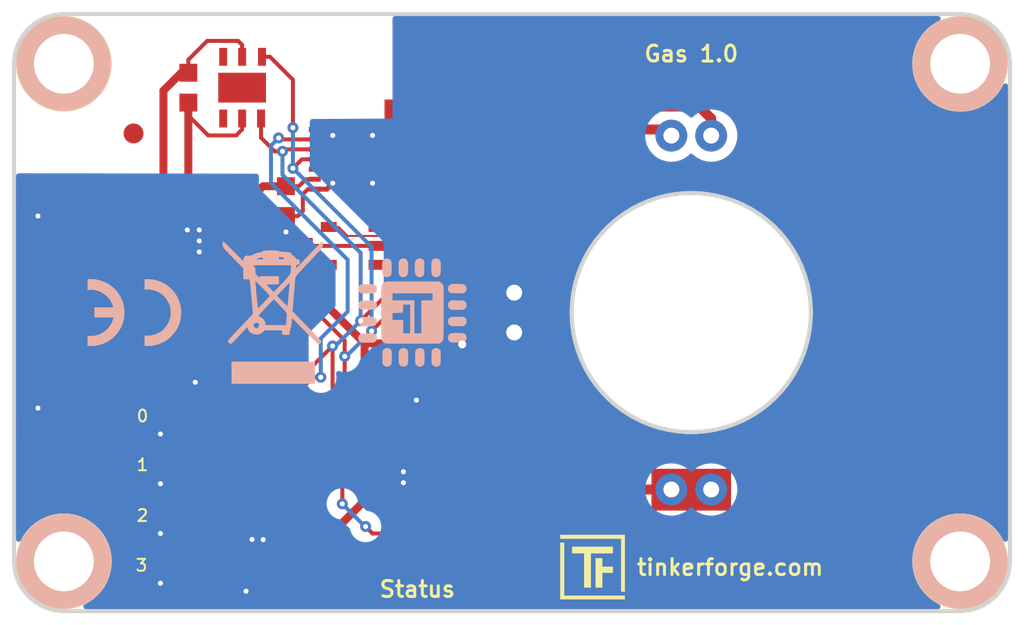
<source format=kicad_pcb>
(kicad_pcb (version 20221018) (generator pcbnew)
  (layers (0 "F.Cu" signal) (31 "B.Cu" signal) (34 "B.Paste" user) (35 "F.Paste" user) (36 "B.SilkS" user "B.Silkscreen") (37 "F.SilkS" user "F.Silkscreen") (38 "B.Mask" user) (39 "F.Mask" user) (44 "Edge.Cuts" user))
  (net 0 "")
  (net 1 "GND")
  (net 2 "Net-(C1-Pad1)")
  (net 3 "VCC")
  (net 4 "Net-(C8-Pad1)")
  (net 5 "Net-(C9-Pad1)")
  (net 6 "Net-(C9-Pad2)")
  (net 7 "Net-(D1-Pad2)")
  (net 8 "+5V")
  (net 9 "Net-(P1-Pad4)")
  (net 10 "Net-(P1-Pad5)")
  (net 11 "Net-(P1-Pad6)")
  (net 12 "Net-(P2-Pad1)")
  (net 13 "Net-(P3-Pad2)")
  (net 14 "SolderJumper0")
  (net 15 "SolderJumper1")
  (net 16 "SolderJumper2")
  (net 17 "SolderJumper3")
  (net 18 "Net-(R1-Pad1)")
  (net 19 "Net-(R4-Pad2)")
  (net 20 "S-MISO")
  (net 21 "S-MOSI")
  (net 22 "S-CLK")
  (net 23 "S-CS")
  (net 24 "SCL0")
  (net 25 "Net-(RP2-Pad6)")
  (net 26 "Net-(RP2-Pad7)")
  (net 27 "SDA0")
  (net 28 "Net-(U1-Pad8)")
  (net 29 "Net-(U1-Pad11)")
  (net 30 "Net-(U1-Pad12)")
  (net 31 "Net-(U1-Pad13)")
  (net 32 "Enable")
  (net 33 "Net-(U6-Pad3)")
  (net 34 "Net-(U6-Pad4)")
  (net 35 "Net-(U8-Pad5)")
  (net 36 "Net-(U8-Pad8)")
  (net 37 "Net-(C6-Pad1)")
  (net 38 "Net-(U10-Pad2)")
  (net 39 "Net-(U1-Pad15)")
  (net 40 "Net-(U1-Pad16)")
  (net 41 "Net-(U1-Pad18)")
  (net 42 "Net-(U1-Pad21)")
  (net 43 "Net-(R4-Pad1)")
  (net 44 "Net-(U11-Pad1)")
  (net 45 "Net-(U11-Pad4)")
  (footprint "kicad-libraries:C0805" (layer "F.Cu") (at 131.9 128.61 -90)
    (fp_text reference "C2")
    (fp_text value "10uF")
  )
  (footprint "kicad-libraries:C0603F" (layer "F.Cu") (at 133.5 128.61 -90)
    (fp_text reference "C3")
    (fp_text value "1uF")
  )
  (footprint "kicad-libraries:C0603F" (layer "F.Cu") (at 138 141.86 180)
    (fp_text reference "C4")
    (fp_text value "100nF")
  )
  (footprint "kicad-libraries:C0603F" (layer "F.Cu") (at 133.75 119.81 90)
    (fp_text reference "C7")
    (fp_text value "100nF")
  )
  (footprint "kicad-libraries:D0603E" (layer "F.Cu") (at 145.25 143.71)
    (fp_text reference "D1")
    (fp_text value "blue")
  )
  (footprint "kicad-libraries:CON-SENSOR2" (layer "F.Cu") (at 125 131.11 -90)
    (fp_text reference "P1")
    (fp_text value "CON-SENSOR2")
  )
  (footprint "kicad-libraries:DEBUG_PAD" (layer "F.Cu") (at 139.05 144.96)
    (fp_text reference "P2")
    (fp_text value "DEBUG")
  )
  (footprint "kicad-libraries:SolderJumper" (layer "F.Cu") (at 137.6 144.61 90)
    (fp_text reference "P3")
    (fp_text value "BOOT")
  )
  (footprint "kicad-libraries:SolderJumper" (layer "F.Cu") (at 132.85 136.31)
    (fp_text reference "P7")
    (fp_text value "0")
  )
  (footprint "kicad-libraries:SolderJumper" (layer "F.Cu") (at 132.85 138.81)
    (fp_text reference "P8")
    (fp_text value "1")
  )
  (footprint "kicad-libraries:SolderJumper" (layer "F.Cu") (at 132.85 141.31)
    (fp_text reference "P9")
    (fp_text value "2")
  )
  (footprint "kicad-libraries:SolderJumper" (layer "F.Cu") (at 132.85 143.81)
    (fp_text reference "P10")
    (fp_text value "3")
  )
  (footprint "kicad-libraries:R0603F" (layer "F.Cu") (at 145.25 142.21)
    (fp_text reference "R1")
    (fp_text value "1k")
  )
  (footprint "kicad-libraries:4X0402" (layer "F.Cu") (at 133 132.91 -90)
    (fp_text reference "RP1")
    (fp_text value "82")
  )
  (footprint "kicad-libraries:0603X4" (layer "F.Cu") (at 138.45 132.46 90)
    (fp_text reference "RP2")
    (fp_text value "10k")
  )
  (footprint "kicad-libraries:QFN24-4x4mm-0.5mm" (layer "F.Cu") (at 138 138.41)
    (fp_text reference "U1")
    (fp_text value "XMC1300")
  )
  (footprint "kicad-libraries:DRILL_NP" (layer "F.Cu") (at 127.5 143.61)
    (fp_text reference "U2" hide)
    (fp_text value "DRILL" hide)
  )
  (footprint "kicad-libraries:DRILL_NP" (layer "F.Cu") (at 172.5 118.61)
    (fp_text reference "U3" hide)
    (fp_text value "DRILL" hide)
  )
  (footprint "kicad-libraries:DRILL_NP" (layer "F.Cu") (at 172.5 143.61)
    (fp_text reference "U4" hide)
    (fp_text value "DRILL" hide)
  )
  (footprint "kicad-libraries:DRILL_NP" (layer "F.Cu") (at 127.5 118.61)
    (fp_text reference "U5" hide)
    (fp_text value "DRILL" hide)
  )
  (footprint "kicad-libraries:DFN6-30x30_humidity" (layer "F.Cu") (at 136.45 119.81)
    (fp_text reference "U6")
    (fp_text value "HDC1080")
  )
  (footprint "kicad-libraries:C0402F" (layer "F.Cu") (at 133 134.61)
    (fp_text reference "C1")
    (fp_text value "220pF")
  )
  (footprint "kicad-libraries:C0603F" (layer "F.Cu") (at 145.95 132.66)
    (fp_text reference "C10")
    (fp_text value "100nF")
  )
  (footprint "kicad-libraries:C0805P" (layer "F.Cu") (at 143.7 138.36 -90)
    (fp_text reference "C8")
    (fp_text value "10uF TPSA106K010R0900")
  )
  (footprint "kicad-libraries:R0402F" (layer "F.Cu") (at 144.4 120.76 180)
    (fp_text reference "R4")
    (fp_text value "49,9")
  )
  (footprint "kicad-libraries:SOT23-5" (layer "F.Cu") (at 142 127.76 90)
    (fp_text reference "U9")
    (fp_text value "MCP6041")
  )
  (footprint "kicad-libraries:R0402F" (layer "F.Cu") (at 145.15 124.71 -90)
    (fp_text reference "R3")
    (fp_text value "499k")
  )
  (footprint "kicad-libraries:R0603F" (layer "F.Cu") (at 143.7 135.26 90)
    (fp_text reference "R2")
    (fp_text value "1k")
  )
  (footprint "kicad-libraries:R0402F" (layer "F.Cu") (at 146.25 124.71 -90)
    (fp_text reference "C9")
    (fp_text value "DNP")
  )
  (footprint "kicad-libraries:WSON-14-LMP91000" (layer "F.Cu") (at 142 123.41 -90)
    (fp_text reference "U8")
    (fp_text value "LMP91000")
  )
  (footprint "kicad-libraries:C0603F" (layer "F.Cu") (at 146 139.36 180)
    (fp_text reference "C11")
    (fp_text value "100nF")
  )
  (footprint "kicad-libraries:C0603F" (layer "F.Cu") (at 139.55 128.56 90)
    (fp_text reference "C12")
    (fp_text value "100nF")
  )
  (footprint "kicad-libraries:MSOP10-0.5" (layer "F.Cu") (at 145.95 128.86 180)
    (fp_text reference "U10")
    (fp_text value "MCP3423")
  )
  (footprint "kicad-libraries:SOT23-3" (layer "F.Cu") (at 146.2 136.91 -90)
    (fp_text reference "U7")
    (fp_text value "ISL60002")
  )
  (footprint "kicad-libraries:C0603F" (layer "F.Cu") (at 138.65 125.51 -90)
    (fp_text reference "C5")
    (fp_text value "100nF")
  )
  (footprint "kicad-libraries:C0603F" (layer "F.Cu") (at 146.2 134.51 180)
    (fp_text reference "C6")
    (fp_text value "100nF")
  )
  (footprint "kicad-libraries:spec-sensor" (layer "F.Cu") (at 159 131.11)
    (fp_text reference "U11")
    (fp_text value "spec-sensor")
  )
  (footprint "kicad-libraries:Logo_31x31" (layer "F.Cu") (at 154.05 143.91)
    (fp_text reference "G***" hide)
    (fp_text value "LOGO" hide)
  )
  (footprint "kicad-libraries:Fiducial_Mark" (layer "F.Cu") (at 131 122.11)
    (fp_text reference "Fiducial_Mark" hide)
    (fp_text value "VAL**" hide)
  )
  (footprint "kicad-libraries:Fiducial_Mark" (layer "F.Cu") (at 129 139.11)
    (fp_text reference "Fiducial_Mark" hide)
    (fp_text value "VAL**" hide)
  )
  (footprint "kicad-libraries:Fiducial_Mark" (layer "F.Cu") (at 171 138.11)
    (fp_text reference "Fiducial_Mark" hide)
    (fp_text value "VAL**" hide)
  )
  (footprint "kicad-libraries:Fiducial_Mark" (layer "F.Cu") (at 165 118.11)
    (fp_text reference "Fiducial_Mark" hide)
    (fp_text value "VAL**" hide)
  )
  (footprint "kicad-libraries:WEEE_7mm" (layer "B.Cu") (at 138 131.11 180)
    (fp_text reference "VAL" hide)
    (fp_text value "WEEE_7mm" hide)
  )
  (footprint "kicad-libraries:CE_5mm" (layer "B.Cu") (at 131 131.11 180)
    (fp_text reference "VAL" hide)
    (fp_text value "CE_5mm" hide)
  )
  (footprint "kicad-libraries:Logo_CoMCU" (layer "B.Cu") (at 145 131.11 180)
    (fp_text reference "G***" hide)
    (fp_text value "LOGO" hide)
  )
  (gr_line (start 125 143.61) (end 125 118.61) (stroke (width 0.2)) (layer "Edge.Cuts"))
  (gr_arc (start 172.5 116.11) (mid 174.267767 116.842233) (end 175 118.61) (stroke (width 0.2)) (layer "Edge.Cuts"))
  (gr_circle (center 159 131.11) (end 165 131.11) (stroke (width 0.2)) (fill none) (layer "Edge.Cuts"))
  (gr_line (start 172.5 146.11) (end 127.5 146.11) (stroke (width 0.2)) (layer "Edge.Cuts"))
  (gr_arc (start 125 118.61) (mid 125.732233 116.842233) (end 127.5 116.11) (stroke (width 0.2)) (layer "Edge.Cuts"))
  (gr_arc (start 127.5 146.11) (mid 125.732233 145.377767) (end 125 143.61) (stroke (width 0.2)) (layer "Edge.Cuts"))
  (gr_line (start 175 118.61) (end 175 143.61) (stroke (width 0.2)) (layer "Edge.Cuts"))
  (gr_arc (start 175 143.61) (mid 174.267767 145.377767) (end 172.5 146.11) (stroke (width 0.2)) (layer "Edge.Cuts"))
  (gr_line (start 127.5 116.11) (end 172.5 116.11) (stroke (width 0.2)) (layer "Edge.Cuts"))
  (gr_text "Status" (at 145.25 145.01) (layer "F.SilkS") (effects (font (size 0.8 0.8))))
  (gr_text "0" (at 131.45 136.31) (layer "F.SilkS") (effects (font (size 0.6 0.6) (thickness 0.1))))
  (gr_text "1" (at 131.45 138.76) (layer "F.SilkS") (effects (font (size 0.6 0.6) (thickness 0.1))))
  (gr_text "Gas 1.0" (at 159 118.11) (layer "F.SilkS") (effects (font (size 0.8 0.8))))
  (gr_text "tinkerforge.com" (at 160.95 143.91) (layer "F.SilkS") (effects (font (size 0.8 0.8))))
  (gr_text "2" (at 131.45 141.31) (layer "F.SilkS") (effects (font (size 0.6 0.6) (thickness 0.1))))
  (gr_text "3" (at 131.4 143.81) (layer "F.SilkS") (effects (font (size 0.6 0.6) (thickness 0.1))))
  (segment (start 145.2 135.51) (end 145.2 136.90924) (width 0.4) (layer "F.Cu") (net 1))
  (segment (start 144.275001 139.385001) (end 144.55 139.66) (width 0.35) (layer "F.Cu") (net 1))
  (segment (start 139.5 125.16) (end 139.75 124.91) (width 0.2) (layer "F.Cu") (net 1))
  (segment (start 129.6 128.61) (end 130.89924 128.61) (width 0.4) (layer "F.Cu") (net 1))
  (segment (start 146.458 130.38212) (end 146.458 131.0825) (width 0.2) (layer "F.Cu") (net 1))
  (segment (start 133.75 118.41) (end 133.75 119.06) (width 0.2) (layer "F.Cu") (net 1))
  (segment (start 146.7 132.66) (end 146.966 132.394) (width 0.2) (layer "F.Cu") (net 1))
  (segment (start 139.75 124.91) (end 140.1 124.91) (width 0.2) (layer "F.Cu") (net 1))
  (segment (start 132.625 136.935) (end 132.35 137.21) (width 0.1) (layer "F.Cu") (net 1))
  (segment (start 144.934 126.6375) (end 144.934 127.744) (width 0.2) (layer "F.Cu") (net 1))
  (segment (start 132.35 139.635) (end 132.625 139.36) (width 0.2) (layer "F.Cu") (net 1))
  (segment (start 133.5 127.01) (end 133.5 127.01) (width 0.4) (layer "F.Cu") (net 1))
  (segment (start 132.625 135.76) (end 132.35 136.035) (width 0.1) (layer "F.Cu") (net 1))
  (segment (start 132.3 143.26) (end 132.35 143.31) (width 0.1) (layer "F.Cu") (net 1))
  (segment (start 132.35 136.31) (end 132.35 137.21) (width 0.1) (layer "F.Cu") (net 1))
  (segment (start 137.75 141.36) (end 137.75 140.435) (width 0.25) (layer "F.Cu") (net 1))
  (segment (start 131.9 127.60924) (end 133.24924 127.60924) (width 0.4) (layer "F.Cu") (net 1))
  (segment (start 132.35 138.535) (end 132.35 138.81) (width 0.1) (layer "F.Cu") (net 1))
  (segment (start 138.65 127.61) (end 138.65 127.448912) (width 0.25) (layer "F.Cu") (net 1))
  (segment (start 145.25 139.36) (end 145.2 139.31) (width 0.4) (layer "F.Cu") (net 1))
  (segment (start 132.35 142.135) (end 132.625 141.86) (width 0.2) (layer "F.Cu") (net 1))
  (segment (start 140.7 121.91) (end 141 122.21) (width 0.25) (layer "F.Cu") (net 1))
  (segment (start 145.2 136.91076) (end 145.19924 136.91) (width 0.4) (layer "F.Cu") (net 1))
  (segment (start 137.224999 142.235007) (end 136.95 142.510006) (width 0.2) (layer "F.Cu") (net 1))
  (segment (start 133.4 119.06) (end 132.5 119.96) (width 0.4) (layer "F.Cu") (net 1))
  (segment (start 138.15 144.835) (end 138.15 145.16) (width 0.1) (layer "F.Cu") (net 1))
  (segment (start 134.7 117.46) (end 133.75 118.41) (width 0.2) (layer "F.Cu") (net 1))
  (segment (start 146.966 132.394) (end 146.966 131.0825) (width 0.2) (layer "F.Cu") (net 1))
  (segment (start 144.85 139.36) (end 144.824999 139.385001) (width 0.35) (layer "F.Cu") (net 1))
  (segment (start 132.625 139.36) (end 132.35 139.085) (width 0.1) (layer "F.Cu") (net 1))
  (segment (start 137.25 142.26) (end 137.225007 142.235007) (width 0.2) (layer "F.Cu") (net 1))
  (segment (start 133.5 127.06) (end 133.5 127.86) (width 0.4) (layer "F.Cu") (net 1))
  (segment (start 136.775004 145.109996) (end 136.65 145.109996) (width 0.1) (layer "F.Cu") (net 1))
  (segment (start 146.458 132.418) (end 146.458 131.0825) (width 0.2) (layer "F.Cu") (net 1))
  (segment (start 138.1 145.11) (end 137.325 145.11) (width 0.1) (layer "F.Cu") (net 1))
  (segment (start 144.25076 139.36076) (end 144.275001 139.385001) (width 0.35) (layer "F.Cu") (net 1))
  (segment (start 137.05 144.835) (end 136.966484 144.835) (width 0.1) (layer "F.Cu") (net 1))
  (segment (start 146.7 132.66) (end 146.458 132.418) (width 0.2) (layer "F.Cu") (net 1))
  (segment (start 144.8 139.36) (end 144.55 139.11) (width 0.4) (layer "F.Cu") (net 1))
  (segment (start 137.75 139.46) (end 137.35 139.06) (width 0.2) (layer "F.Cu") (net 1))
  (segment (start 132.35 144.709994) (end 132.35 144.635) (width 0.2) (layer "F.Cu") (net 1))
  (segment (start 132.35 140.81) (end 132.35 141.31) (width 0.1) (layer "F.Cu") (net 1))
  (segment (start 145.2 139.31) (end 145.2 136.91076) (width 0.4) (layer "F.Cu") (net 1))
  (segment (start 145.15 127.96) (end 145.55612 127.96) (width 0.2) (layer "F.Cu") (net 1))
  (segment (start 139.25 126.26) (end 139.5 126.01) (width 0.2) (layer "F.Cu") (net 1))
  (segment (start 132.35 144.635) (end 132.625 144.36) (width 0.2) (layer "F.Cu") (net 1))
  (segment (start 137.225007 142.235007) (end 137.224999 142.235007) (width 0.2) (layer "F.Cu") (net 1))
  (segment (start 132.625 136.86) (end 132.625 136.935) (width 0.1) (layer "F.Cu") (net 1))
  (segment (start 126.2 137.01) (end 126.2 135.91) (width 0.25) (layer "F.Cu") (net 1))
  (segment (start 145.442 127.702) (end 145.7 127.96) (width 0.2) (layer "F.Cu") (net 1))
  (segment (start 146.458 128.418) (end 146.458 130.38212) (width 0.2) (layer "F.Cu") (net 1))
  (segment (start 144.55 139.11) (end 143.95076 139.11) (width 0.4) (layer "F.Cu") (net 1))
  (segment (start 145.7 127.96) (end 145.55612 127.96) (width 0.2) (layer "F.Cu") (net 1))
  (segment (start 133.5 127.01) (end 133.5 127.06) (width 0.4) (layer "F.Cu") (net 1))
  (segment (start 132.35 139.085) (end 132.35 138.81) (width 0.1) (layer "F.Cu") (net 1))
  (segment (start 138.65 127.448912) (end 138.65 127.060004) (width 0.25) (layer "F.Cu") (net 1))
  (segment (start 132.625 144.36) (end 132.625 144.443516) (width 0.1) (layer "F.Cu") (net 1))
  (segment (start 136.25 117.46) (end 134.7 117.46) (width 0.2) (layer "F.Cu") (net 1))
  (segment (start 144.934 127.744) (end 145.15 127.96) (width 0.2) (layer "F.Cu") (net 1))
  (segment (start 145.25 139.36) (end 144.8 139.36) (width 0.4) (layer "F.Cu") (net 1))
  (segment (start 137.325 145.11) (end 137.05 144.835) (width 0.1) (layer "F.Cu") (net 1))
  (segment (start 145.25 139.36) (end 144.85 139.36) (width 0.35) (layer "F.Cu") (net 1))
  (segment (start 145.2 134.76) (end 145.2 135.51) (width 0.4) (layer "F.Cu") (net 1))
  (segment (start 147.45 132.66) (end 147.5 132.71) (width 0.25) (layer "F.Cu") (net 1))
  (segment (start 133.75 119.06) (end 133.4 119.06) (width 0.4) (layer "F.Cu") (net 1))
  (segment (start 137.35 137.76) (end 138.65 137.76) (width 0.2) (layer "F.Cu") (net 1))
  (segment (start 139.5 126.01) (end 139.5 125.16) (width 0.2) (layer "F.Cu") (net 1))
  (segment (start 146.7 132.66) (end 147.45 132.66) (width 0.25) (layer "F.Cu") (net 1))
  (segment (start 138.65 127.06) (end 138.65 127.060004) (width 0.25) (layer "F.Cu") (net 1))
  (segment (start 132.35 142.21) (end 132.35 142.135) (width 0.2) (layer "F.Cu") (net 1))
  (segment (start 137.75 140.435) (end 137.75 139.46) (width 0.2) (layer "F.Cu") (net 1))
  (segment (start 137.05 144.835) (end 136.775004 145.109996) (width 0.1) (layer "F.Cu") (net 1))
  (segment (start 144.824999 139.385001) (end 144.55 139.66) (width 0.35) (layer "F.Cu") (net 1))
  (segment (start 132.625 138.26) (end 132.35 138.535) (width 0.1) (layer "F.Cu") (net 1))
  (segment (start 138.15 145.16) (end 138.1 145.11) (width 0.1) (layer "F.Cu") (net 1))
  (segment (start 143.7 139.36076) (end 144.25076 139.36076) (width 0.35) (layer "F.Cu") (net 1))
  (segment (start 132.35 143.31) (end 132.35 143.81) (width 0.1) (layer "F.Cu") (net 1))
  (segment (start 132.35 141.31) (end 132.35 142.21) (width 0.1) (layer "F.Cu") (net 1))
  (segment (start 132.35 136.035) (end 132.35 136.31) (width 0.1) (layer "F.Cu") (net 1))
  (segment (start 140.7 124.91) (end 141 124.61) (width 0.25) (layer "F.Cu") (net 1))
  (segment (start 145.95 127.33788) (end 145.95 127.96) (width 0.2) (layer "F.Cu") (net 1))
  (segment (start 132.625 140.76) (end 132.3 140.76) (width 0.1) (layer "F.Cu") (net 1))
  (segment (start 132.35 143.81) (end 132.35 144.709994) (width 0.1) (layer "F.Cu") (net 1))
  (segment (start 137.25 141.86) (end 137.25 142.26) (width 0.2) (layer "F.Cu") (net 1))
  (segment (start 139.6 127.76) (end 139.55 127.81) (width 0.2) (layer "F.Cu") (net 1))
  (segment (start 132.3 140.76) (end 132.35 140.81) (width 0.1) (layer "F.Cu") (net 1))
  (segment (start 145.95 127.96) (end 146 127.96) (width 0.2) (layer "F.Cu") (net 1))
  (segment (start 136.45 117.66) (end 136.25 117.46) (width 0.2) (layer "F.Cu") (net 1))
  (segment (start 138.65 126.26) (end 139.25 126.26) (width 0.2) (layer "F.Cu") (net 1))
  (segment (start 138.65 126.26) (end 138.65 127.06) (width 0.25) (layer "F.Cu") (net 1))
  (segment (start 140.1 124.91) (end 140.7 124.91) (width 0.25) (layer "F.Cu") (net 1))
  (segment (start 146 127.96) (end 146.458 128.418) (width 0.2) (layer "F.Cu") (net 1))
  (segment (start 145.442 126.6375) (end 145.442 127.702) (width 0.2) (layer "F.Cu") (net 1))
  (segment (start 132.625 141.86) (end 132.625 141.943516) (width 0.1) (layer "F.Cu") (net 1))
  (segment (start 145.95 126.6375) (end 145.95 127.33788) (width 0.2) (layer "F.Cu") (net 1))
  (segment (start 145.45 134.51) (end 145.2 134.76) (width 0.4) (layer "F.Cu") (net 1))
  (segment (start 145.2 136.90924) (end 145.19924 136.91) (width 0.4) (layer "F.Cu") (net 1))
  (segment (start 138.85 127.81) (end 138.65 127.61) (width 0.25) (layer "F.Cu") (net 1))
  (segment (start 140.1 121.91) (end 140.7 121.91) (width 0.25) (layer "F.Cu") (net 1))
  (segment (start 143.95076 139.11) (end 143.7 139.36076) (width 0.4) (layer "F.Cu") (net 1))
  (segment (start 145.55612 127.96) (end 145.95 127.96) (width 0.2) (layer "F.Cu") (net 1))
  (segment (start 133.5 134.61) (end 134.1 134.61) (width 0.2) (layer "F.Cu") (net 1))
  (segment (start 130.89924 128.61) (end 131.9 127.60924) (width 0.4) (layer "F.Cu") (net 1))
  (segment (start 132.625 143.26) (end 132.3 143.26) (width 0.1) (layer "F.Cu") (net 1))
  (segment (start 132.5 119.96) (end 132.5 126.01) (width 0.4) (layer "F.Cu") (net 1))
  (segment (start 132.35 139.71) (end 132.35 139.635) (width 0.2) (layer "F.Cu") (net 1))
  (segment (start 143.19888 127.76) (end 139.6 127.76) (width 0.2) (layer "F.Cu") (net 1))
  (segment (start 138.65 137.76) (end 138.65 139.06) (width 0.2) (layer "F.Cu") (net 1))
  (segment (start 126.2 125.21) (end 126.2 126.26) (width 0.25) (layer "F.Cu") (net 1))
  (segment (start 139.55 127.81) (end 138.85 127.81) (width 0.25) (layer "F.Cu") (net 1))
  (segment (start 136.45 118.26) (end 136.45 117.66) (width 0.2) (layer "F.Cu") (net 1))
  (segment (start 133.24924 127.60924) (end 133.5 127.86) (width 0.4) (layer "F.Cu") (net 1))
  (segment (start 137.35 139.06) (end 137.35 137.76) (width 0.2) (layer "F.Cu") (net 1))
  (segment (start 132.5 126.01) (end 133.5 127.01) (width 0.4) (layer "F.Cu") (net 1))
  (segment (start 137.25 142.26) (end 137.51 142.52) (width 0.2) (layer "F.Cu") (net 1))
  (segment (start 137.25 141.86) (end 137.75 141.36) (width 0.25) (layer "F.Cu") (net 1))
  (via (at 136.65 145.109996) (size 0.55) (drill 0.25) (layers "F.Cu" "B.Cu") (net 1))
  (via (at 132.35 144.709994) (size 0.55) (drill 0.25) (layers "F.Cu" "B.Cu") (net 1))
  (via (at 136.95 142.510006) (size 0.55) (drill 0.25) (layers "F.Cu" "B.Cu") (net 1))
  (via (at 143 124.61) (size 0.55) (drill 0.25) (layers "F.Cu" "B.Cu") (net 1))
  (via (at 137.51 142.52) (size 0.55) (drill 0.25) (layers "F.Cu" "B.Cu") (net 1))
  (via (at 143 122.21) (size 0.55) (drill 0.25) (layers "F.Cu" "B.Cu") (net 1))
  (via (at 144.55 139.66) (size 0.55) (drill 0.25) (layers "F.Cu" "B.Cu") (net 1))
  (via (at 134.1 134.61) (size 0.55) (drill 0.25) (layers "F.Cu" "B.Cu") (net 1))
  (via (at 145.2 135.51) (size 0.55) (drill 0.25) (layers "F.Cu" "B.Cu") (net 1))
  (via (at 132.35 137.21) (size 0.55) (drill 0.25) (layers "F.Cu" "B.Cu") (net 1))
  (via (at 144.55 139.11) (size 0.55) (drill 0.25) (layers "F.Cu" "B.Cu") (net 1))
  (via (at 134.3 126.96) (size 0.55) (drill 0.25) (layers "F.Cu" "B.Cu") (net 1))
  (via (at 141 124.61) (size 0.55) (drill 0.25) (layers "F.Cu" "B.Cu") (net 1))
  (via (at 141 122.21) (size 0.55) (drill 0.25) (layers "F.Cu" "B.Cu") (net 1))
  (via (at 132.35 142.21) (size 0.55) (drill 0.25) (layers "F.Cu" "B.Cu") (net 1))
  (via (at 138.65 127.060004) (size 0.55) (drill 0.25) (layers "F.Cu" "B.Cu") (net 1))
  (via (at 126.2 135.91) (size 0.55) (drill 0.25) (layers "F.Cu" "B.Cu") (net 1))
  (via (at 134.3 128.06) (size 0.55) (drill 0.25) (layers "F.Cu" "B.Cu") (net 1))
  (via (at 126.2 126.26) (size 0.55) (drill 0.25) (layers "F.Cu" "B.Cu") (net 1))
  (via (at 132.35 139.71) (size 0.55) (drill 0.25) (layers "F.Cu" "B.Cu") (net 1))
  (via (at 147.5 132.71) (size 0.8) (drill 0.4) (layers "F.Cu" "B.Cu") (net 1))
  (via (at 134.3 127.51) (size 0.55) (drill 0.25) (layers "F.Cu" "B.Cu") (net 1))
  (via (at 133.7 126.96) (size 0.55) (drill 0.25) (layers "F.Cu" "B.Cu") (net 1))
  (segment (start 132.25 134.86) (end 132.5 134.61) (width 0.2) (layer "F.Cu") (net 2))
  (segment (start 129.6 134.86) (end 132.25 134.86) (width 0.2) (layer "F.Cu") (net 2))
  (segment (start 132.5 134.61) (end 132.5 133.7343) (width 0.2) (layer "F.Cu") (net 2))
  (segment (start 132.5 133.7343) (end 132.425 133.6593) (width 0.2) (layer "F.Cu") (net 2))
  (segment (start 140.8 130.01) (end 140.15 129.36) (width 0.4) (layer "F.Cu") (net 3))
  (segment (start 146.75 138.265) (end 147.216 137.799) (width 0.4) (layer "F.Cu") (net 3))
  (segment (start 139.55 129.31) (end 140.20108 129.31) (width 0.2) (layer "F.Cu") (net 3))
  (segment (start 131.9 129.61076) (end 133.24924 129.61076) (width 0.4) (layer "F.Cu") (net 3))
  (segment (start 136.15 122.21) (end 136.45 121.91) (width 0.2) (layer "F.Cu") (net 3))
  (segment (start 129.6 129.86) (end 131.65076 129.86) (width 0.4) (layer "F.Cu") (net 3))
  (segment (start 135.9 127.81) (end 135.9 126.36) (width 0.4) (layer "F.Cu") (net 3))
  (segment (start 133.75 120.56) (end 133.75 121.21) (width 0.2) (layer "F.Cu") (net 3))
  (segment (start 141.9 131.96) (end 142.6 132.66) (width 0.4) (layer "F.Cu") (net 3))
  (segment (start 144.35 132.66) (end 145.2 132.66) (width 0.4) (layer "F.Cu") (net 3))
  (segment (start 133.75 121.21) (end 134.75 122.21) (width 0.2) (layer "F.Cu") (net 3))
  (segment (start 142.6 140.66) (end 142.65 140.71) (width 0.4) (layer "F.Cu") (net 3))
  (segment (start 137.6 131.26202) (end 137.6 133.65798) (width 0.4) (layer "F.Cu") (net 3))
  (segment (start 142.6 132.66) (end 142.6 140.66) (width 0.4) (layer "F.Cu") (net 3))
  (segment (start 142.45 140.71) (end 141.3 141.86) (width 0.4) (layer "F.Cu") (net 3))
  (segment (start 138.65 124.76) (end 139.3 124.76) (width 0.2) (layer "F.Cu") (net 3))
  (segment (start 140.15 129.36) (end 137.45 129.36) (width 0.4) (layer "F.Cu") (net 3))
  (segment (start 146.75 140.21) (end 146.25 140.71) (width 0.4) (layer "F.Cu") (net 3))
  (segment (start 134.75 122.21) (end 136.15 122.21) (width 0.2) (layer "F.Cu") (net 3))
  (segment (start 141.3 141.86) (end 139.6 141.86) (width 0.4) (layer "F.Cu") (net 3))
  (segment (start 136.45 121.91) (end 136.45 121.36) (width 0.2) (layer "F.Cu") (net 3))
  (segment (start 139.3 124.76) (end 139.65 124.41) (width 0.2) (layer "F.Cu") (net 3))
  (segment (start 144.3999 143.71) (end 141.45 143.71) (width 0.4) (layer "F.Cu") (net 3))
  (segment (start 135.9 126.36) (end 137.5 124.76) (width 0.4) (layer "F.Cu") (net 3))
  (segment (start 131.65076 129.86) (end 131.9 129.61076) (width 0.4) (layer "F.Cu") (net 3))
  (segment (start 134.8 129.36) (end 135.9 128.26) (width 0.4) (layer "F.Cu") (net 3))
  (segment (start 138.25 141.36) (end 138.25 140.435) (width 0.25) (layer "F.Cu") (net 3))
  (segment (start 133.75 124.21) (end 133.75 120.56) (width 0.4) (layer "F.Cu") (net 3))
  (segment (start 141.45 143.71) (end 139.6 141.86) (width 0.4) (layer "F.Cu") (net 3))
  (segment (start 137.6 133.65798) (end 137.5991 133.65888) (width 0.4) (layer "F.Cu") (net 3))
  (segment (start 138.75 141.86) (end 138.25 141.36) (width 0.25) (layer "F.Cu") (net 3))
  (segment (start 137.5991 131.26112) (end 137.6 131.26202) (width 0.4) (layer "F.Cu") (net 3))
  (segment (start 136.6 130.01) (end 135.95 129.36) (width 0.4) (layer "F.Cu") (net 3))
  (segment (start 135.95 129.36) (end 134.8 129.36) (width 0.4) (layer "F.Cu") (net 3))
  (segment (start 140.8 130.01) (end 140.8 130.86) (width 0.4) (layer "F.Cu") (net 3))
  (segment (start 145.2 132.66) (end 144.934 132.394) (width 0.2) (layer "F.Cu") (net 3))
  (segment (start 140.8 130.86) (end 141.9 131.96) (width 0.4) (layer "F.Cu") (net 3))
  (segment (start 133.5 129.36) (end 134.8 129.36) (width 0.4) (layer "F.Cu") (net 3))
  (segment (start 137.5991 131.0091) (end 137.5991 131.26112) (width 0.4) (layer "F.Cu") (net 3))
  (segment (start 135.9 126.36) (end 133.75 124.21) (width 0.4) (layer "F.Cu") (net 3))
  (segment (start 140.20108 129.31) (end 140.80112 128.70996) (width 0.2) (layer "F.Cu") (net 3))
  (segment (start 144.934 132.394) (end 144.934 131.0825) (width 0.2) (layer "F.Cu") (net 3))
  (segment (start 139.65 124.41) (end 140.1 124.41) (width 0.2) (layer "F.Cu") (net 3))
  (segment (start 146.75 139.36) (end 146.75 138.265) (width 0.4) (layer "F.Cu") (net 3))
  (segment (start 137.45 129.36) (end 135.95 129.36) (width 0.4) (layer "F.Cu") (net 3))
  (segment (start 136.6 130.01) (end 137.5991 131.0091) (width 0.4) (layer "F.Cu") (net 3))
  (segment (start 146.75 139.36) (end 146.75 140.21) (width 0.4) (layer "F.Cu") (net 3))
  (segment (start 146.25 140.71) (end 142.65 140.71) (width 0.4) (layer "F.Cu") (net 3))
  (segment (start 142.6 132.66) (end 144.35 132.66) (width 0.4) (layer "F.Cu") (net 3))
  (segment (start 137.5 124.76) (end 138.65 124.76) (width 0.4) (layer "F.Cu") (net 3))
  (segment (start 139.6 141.86) (end 138.75 141.86) (width 0.4) (layer "F.Cu") (net 3))
  (segment (start 133.24924 129.61076) (end 133.5 129.36) (width 0.4) (layer "F.Cu") (net 3))
  (segment (start 135.9 128.26) (end 135.9 127.81) (width 0.4) (layer "F.Cu") (net 3))
  (segment (start 142.65 140.71) (end 142.45 140.71) (width 0.4) (layer "F.Cu") (net 3))
  (segment (start 143.7 136.01) (end 143.7 137.35924) (width 0.4) (layer "F.Cu") (net 4))
  (segment (start 145.15 124.21) (end 146.25 124.21) (width 0.2) (layer "F.Cu") (net 5))
  (segment (start 144.7 123.91) (end 143.9 123.91) (width 0.25) (layer "F.Cu") (net 5))
  (segment (start 145.15 124.21) (end 144.85 123.91) (width 0.25) (layer "F.Cu") (net 5))
  (segment (start 144.85 123.91) (end 144.7 123.91) (width 0.25) (layer "F.Cu") (net 5))
  (segment (start 145.15 124.21) (end 145 124.06) (width 0.2) (layer "F.Cu") (net 5))
  (segment (start 145.15 125.21) (end 146.25 125.21) (width 0.2) (layer "F.Cu") (net 6))
  (segment (start 145.1 125.21) (end 144.3 124.41) (width 0.25) (layer "F.Cu") (net 6))
  (segment (start 145.15 125.21) (end 145.1 125.21) (width 0.25) (layer "F.Cu") (net 6))
  (segment (start 144.3 124.41) (end 143.9 124.41) (width 0.25) (layer "F.Cu") (net 6))
  (segment (start 146.1001 143.71) (end 146.1001 142.3101) (width 0.2) (layer "F.Cu") (net 7))
  (segment (start 146.1001 142.3101) (end 146 142.21) (width 0.2) (layer "F.Cu") (net 7))
  (segment (start 129.6 131.11) (end 130.75 131.11) (width 0.2) (layer "F.Cu") (net 9))
  (segment (start 131.8007 132.1607) (end 132.425 132.1607) (width 0.2) (layer "F.Cu") (net 9))
  (segment (start 130.75 131.11) (end 131.8007 132.1607) (width 0.2) (layer "F.Cu") (net 9))
  (segment (start 131.00108 132.66108) (end 131.9 132.66108) (width 0.2) (layer "F.Cu") (net 10))
  (segment (start 129.6 132.36) (end 130.7 132.36) (width 0.2) (layer "F.Cu") (net 10))
  (segment (start 130.7 132.36) (end 131.00108 132.66108) (width 0.2) (layer "F.Cu") (net 10))
  (segment (start 131.9 132.66108) (end 132.425 132.66108) (width 0.2) (layer "F.Cu") (net 10))
  (segment (start 129.6 133.61) (end 130.55 133.61) (width 0.2) (layer "F.Cu") (net 11))
  (segment (start 131.9 133.15892) (end 132.425 133.15892) (width 0.2) (layer "F.Cu") (net 11))
  (segment (start 130.55 133.61) (end 131.00108 133.15892) (width 0.2) (layer "F.Cu") (net 11))
  (segment (start 131.00108 133.15892) (end 131.9 133.15892) (width 0.2) (layer "F.Cu") (net 11))
  (segment (start 139.05 144.96) (end 139.05 143.61) (width 0.25) (layer "F.Cu") (net 12))
  (segment (start 136.7 143.26) (end 136.15 142.71) (width 0.25) (layer "F.Cu") (net 12))
  (segment (start 136.15 141.385) (end 136.75 140.785) (width 0.25) (layer "F.Cu") (net 12))
  (segment (start 136.75 140.785) (end 136.75 140.435) (width 0.25) (layer "F.Cu") (net 12))
  (segment (start 136.15 142.71) (end 136.15 141.385) (width 0.25) (layer "F.Cu") (net 12))
  (segment (start 139.05 143.61) (end 138.7 143.26) (width 0.25) (layer "F.Cu") (net 12))
  (segment (start 138.7 143.26) (end 136.7 143.26) (width 0.25) (layer "F.Cu") (net 12))
  (segment (start 137.6 144.06) (end 137.6 144.46) (width 0.1) (layer "F.Cu") (net 13))
  (segment (start 137.6 144.06) (end 136.5 144.06) (width 0.25) (layer "F.Cu") (net 13))
  (segment (start 136.5 144.06) (end 135.6 143.16) (width 0.25) (layer "F.Cu") (net 13))
  (segment (start 135.975 140.645714) (end 135.975 140.06) (width 0.25) (layer "F.Cu") (net 13))
  (segment (start 135.975 140.06) (end 135.975 139.66) (width 0.25) (layer "F.Cu") (net 13))
  (segment (start 135.6 143.16) (end 135.6 141.020714) (width 0.25) (layer "F.Cu") (net 13))
  (segment (start 135.6 141.020714) (end 135.975 140.645714) (width 0.25) (layer "F.Cu") (net 13))
  (segment (start 135.2 137.66) (end 133.85 136.31) (width 0.25) (layer "F.Cu") (net 14))
  (segment (start 135.975 137.66) (end 135.2 137.66) (width 0.25) (layer "F.Cu") (net 14))
  (segment (start 133.85 136.31) (end 133.4 136.31) (width 0.25) (layer "F.Cu") (net 14))
  (segment (start 133.4 136.31) (end 133 136.31) (width 0.1) (layer "F.Cu") (net 14))
  (segment (start 134.35 138.81) (end 133.4 138.81) (width 0.25) (layer "F.Cu") (net 15))
  (segment (start 133.4 138.81) (end 133 138.81) (width 0.1) (layer "F.Cu") (net 15))
  (segment (start 135.975 138.16) (end 135 138.16) (width 0.25) (layer "F.Cu") (net 15))
  (segment (start 135 138.16) (end 134.35 138.81) (width 0.25) (layer "F.Cu") (net 15))
  (segment (start 135.2 138.66) (end 134.5 139.36) (width 0.25) (layer "F.Cu") (net 16))
  (segment (start 133.4 141.31) (end 133 141.31) (width 0.1) (layer "F.Cu") (net 16))
  (segment (start 135.975 138.66) (end 135.2 138.66) (width 0.25) (layer "F.Cu") (net 16))
  (segment (start 133.95 141.31) (end 133.4 141.31) (width 0.25) (layer "F.Cu") (net 16))
  (segment (start 134.5 139.36) (end 134.5 140.76) (width 0.25) (layer "F.Cu") (net 16))
  (segment (start 134.5 140.76) (end 133.95 141.31) (width 0.25) (layer "F.Cu") (net 16))
  (segment (start 134.3 143.81) (end 133.4 143.81) (width 0.25) (layer "F.Cu") (net 17))
  (segment (start 135.3 139.16) (end 135 139.46) (width 0.25) (layer "F.Cu") (net 17))
  (segment (start 135 139.46) (end 135 143.11) (width 0.25) (layer "F.Cu") (net 17))
  (segment (start 135.975 139.16) (end 135.3 139.16) (width 0.25) (layer "F.Cu") (net 17))
  (segment (start 135 143.11) (end 134.3 143.81) (width 0.25) (layer "F.Cu") (net 17))
  (segment (start 133.4 143.81) (end 133 143.81) (width 0.1) (layer "F.Cu") (net 17))
  (segment (start 140.725 139.16) (end 141.481995 139.916995) (width 0.2) (layer "F.Cu") (net 18))
  (segment (start 140.025 139.16) (end 140.725 139.16) (width 0.2) (layer "F.Cu") (net 18))
  (segment (start 141.481995 139.916995) (end 141.481995 140.333087) (width 0.2) (layer "F.Cu") (net 18))
  (segment (start 141.481995 140.333087) (end 141.481995 140.721995) (width 0.2) (layer "F.Cu") (net 18))
  (segment (start 143 142.21) (end 142.924994 142.134994) (width 0.2) (layer "F.Cu") (net 18))
  (segment (start 144.5 142.21) (end 143 142.21) (width 0.2) (layer "F.Cu") (net 18))
  (segment (start 142.924994 142.134994) (end 142.649995 141.859995) (width 0.2) (layer "F.Cu") (net 18))
  (via (at 142.649995 141.859995) (size 0.55) (drill 0.25) (layers "F.Cu" "B.Cu") (net 18))
  (via (at 141.481995 140.721995) (size 0.55) (drill 0.25) (layers "F.Cu" "B.Cu") (net 18))
  (segment (start 142.619995 141.859995) (end 141.756994 140.996994) (width 0.2) (layer "B.Cu") (net 18))
  (segment (start 142.649995 141.859995) (end 142.619995 141.859995) (width 0.2) (layer "B.Cu") (net 18))
  (segment (start 141.756994 140.996994) (end 141.481995 140.721995) (width 0.2) (layer "B.Cu") (net 18))
  (segment (start 135.975 135.635) (end 133.9993 133.6593) (width 0.2) (layer "F.Cu") (net 20))
  (segment (start 133.9993 133.6593) (end 133.575 133.6593) (width 0.2) (layer "F.Cu") (net 20))
  (segment (start 135.975 137.16) (end 135.975 135.635) (width 0.2) (layer "F.Cu") (net 20))
  (segment (start 136.75 136.385) (end 136.75 135.80892) (width 0.2) (layer "F.Cu") (net 21))
  (segment (start 136.75 135.80892) (end 134.1 133.15892) (width 0.2) (layer "F.Cu") (net 21))
  (segment (start 134.1 133.15892) (end 133.575 133.15892) (width 0.2) (layer "F.Cu") (net 21))
  (segment (start 137.25 135.685) (end 134.22608 132.66108) (width 0.2) (layer "F.Cu") (net 22))
  (segment (start 134.22608 132.66108) (end 134.1 132.66108) (width 0.2) (layer "F.Cu") (net 22))
  (segment (start 134.1 132.66108) (end 133.575 132.66108) (width 0.2) (layer "F.Cu") (net 22))
  (segment (start 137.25 136.385) (end 137.25 135.685) (width 0.2) (layer "F.Cu") (net 22))
  (segment (start 134.2257 132.1607) (end 137.75 135.685) (width 0.2) (layer "F.Cu") (net 23))
  (segment (start 137.75 135.685) (end 137.75 136.385) (width 0.2) (layer "F.Cu") (net 23))
  (segment (start 133.575 132.1607) (end 134.2257 132.1607) (width 0.2) (layer "F.Cu") (net 23))
  (segment (start 145.95 131.0825) (end 145.95 130.38212) (width 0.2) (layer "F.Cu") (net 24))
  (segment (start 139.25 136.385) (end 140.625 136.385) (width 0.2) (layer "F.Cu") (net 24))
  (segment (start 137.4 122.322918) (end 138.087082 123.01) (width 0.2) (layer "F.Cu") (net 24))
  (segment (start 139.3009 133.65888) (end 139.35202 133.71) (width 0.2) (layer "F.Cu") (net 24))
  (segment (start 137.4 121.36) (end 137.4 122.322918) (width 0.2) (layer "F.Cu") (net 24))
  (segment (start 139.35202 133.71) (end 140.07082 133.71) (width 0.2) (layer "F.Cu") (net 24))
  (segment (start 142.677895 131.243569) (end 142.402896 131.518568) (width 0.2) (layer "F.Cu") (net 24))
  (segment (start 145.95 130.38212) (end 145.428869 129.860989) (width 0.2) (layer "F.Cu") (net 24))
  (segment (start 140.992514 136.017486) (end 140.992514 132.881869) (width 0.2) (layer "F.Cu") (net 24))
  (segment (start 138.087082 123.01) (end 138.47599 123.01) (width 0.2) (layer "F.Cu") (net 24))
  (segment (start 145.428869 129.860989) (end 144.060475 129.860989) (width 0.2) (layer "F.Cu") (net 24))
  (segment (start 144.060475 129.860989) (end 142.677895 131.243569) (width 0.2) (layer "F.Cu") (net 24))
  (segment (start 140.992514 132.881869) (end 140.992514 132.788306) (width 0.2) (layer "F.Cu") (net 24))
  (segment (start 140.1 122.91) (end 138.57599 122.91) (width 0.2) (layer "F.Cu") (net 24))
  (segment (start 138.57599 122.91) (end 138.47599 123.01) (width 0.2) (layer "F.Cu") (net 24))
  (segment (start 140.625 136.385) (end 140.992514 136.017486) (width 0.2) (layer "F.Cu") (net 24))
  (segment (start 140.07082 133.71) (end 140.992514 132.788306) (width 0.2) (layer "F.Cu") (net 24))
  (via (at 138.47599 123.01) (size 0.55) (drill 0.25) (layers "F.Cu" "B.Cu") (net 24))
  (via (at 140.992514 132.788306) (size 0.55) (drill 0.25) (layers "F.Cu" "B.Cu") (net 24))
  (via (at 142.402896 131.518568) (size 0.55) (drill 0.25) (layers "F.Cu" "B.Cu") (net 24))
  (segment (start 141.133158 132.788306) (end 140.992514 132.788306) (width 0.2) (layer "B.Cu") (net 24))
  (segment (start 138.47599 124.18599) (end 138.47599 123.398908) (width 0.2) (layer "B.Cu") (net 24))
  (segment (start 138.47599 123.398908) (end 138.47599 123.01) (width 0.2) (layer "B.Cu") (net 24))
  (segment (start 142.402896 131.518568) (end 141.133158 132.788306) (width 0.2) (layer "B.Cu") (net 24))
  (segment (start 142.402896 131.518568) (end 142.402896 128.112896) (width 0.2) (layer "B.Cu") (net 24))
  (segment (start 142.402896 128.112896) (end 138.47599 124.18599) (width 0.2) (layer "B.Cu") (net 24))
  (segment (start 141.6 132.51) (end 141.6 133.31) (width 0.2) (layer "F.Cu") (net 27))
  (segment (start 139.95048 131.26112) (end 139.9516 131.26) (width 0.2) (layer "F.Cu") (net 27))
  (segment (start 140.725 137.66) (end 141.6 136.785) (width 0.2) (layer "F.Cu") (net 27))
  (segment (start 139.277374 123.587281) (end 139.002375 123.86228) (width 0.2) (layer "F.Cu") (net 27))
  (segment (start 140.1 123.41) (end 139.454655 123.41) (width 0.2) (layer "F.Cu") (net 27))
  (segment (start 140.025 137.66) (end 140.725 137.66) (width 0.2) (layer "F.Cu") (net 27))
  (segment (start 139.9516 131.26) (end 140.35 131.26) (width 0.2) (layer "F.Cu") (net 27))
  (segment (start 145.442 130.38212) (end 145.26988 130.21) (width 0.2) (layer "F.Cu") (net 27))
  (segment (start 137.45 118.26) (end 137.85 118.26) (width 0.2) (layer "F.Cu") (net 27))
  (segment (start 145.442 131.0825) (end 145.442 130.38212) (width 0.2) (layer "F.Cu") (net 27))
  (segment (start 137.85 118.26) (end 139 119.41) (width 0.2) (layer "F.Cu") (net 27))
  (segment (start 145.26988 130.21) (end 144.77599 130.21) (width 0.2) (layer "F.Cu") (net 27))
  (segment (start 139 119.41) (end 139 121.432212) (width 0.2) (layer "F.Cu") (net 27))
  (segment (start 139.3009 131.26112) (end 139.95048 131.26112) (width 0.2) (layer "F.Cu") (net 27))
  (segment (start 139.454655 123.41) (end 139.277374 123.587281) (width 0.2) (layer "F.Cu") (net 27))
  (segment (start 141.6 133.66) (end 141.6 133.31) (width 0.2) (layer "F.Cu") (net 27))
  (segment (start 140.35 131.26) (end 141.6 132.51) (width 0.2) (layer "F.Cu") (net 27))
  (segment (start 139 121.432212) (end 139 121.82112) (width 0.2) (layer "F.Cu") (net 27))
  (segment (start 144.77599 130.21) (end 143.224999 131.760991) (width 0.2) (layer "F.Cu") (net 27))
  (segment (start 143.224999 131.760991) (end 142.95 132.03599) (width 0.2) (layer "F.Cu") (net 27))
  (segment (start 141.6 136.785) (end 141.6 133.66) (width 0.2) (layer "F.Cu") (net 27))
  (via (at 141.6 133.31) (size 0.55) (drill 0.25) (layers "F.Cu" "B.Cu") (net 27))
  (via (at 139.002375 123.86228) (size 0.55) (drill 0.25) (layers "F.Cu" "B.Cu") (net 27))
  (via (at 142.95 132.03599) (size 0.55) (drill 0.25) (layers "F.Cu" "B.Cu") (net 27))
  (via (at 139 121.82112) (size 0.55) (drill 0.25) (layers "F.Cu" "B.Cu") (net 27))
  (segment (start 139 123.864655) (end 139.002375 123.86228) (width 0.2) (layer "B.Cu") (net 27))
  (segment (start 142.95 132.03599) (end 141.67599 133.31) (width 0.2) (layer "B.Cu") (net 27))
  (segment (start 142.95 127.809905) (end 139.277374 124.137279) (width 0.2) (layer "B.Cu") (net 27))
  (segment (start 141.67599 133.31) (end 141.6 133.31) (width 0.2) (layer "B.Cu") (net 27))
  (segment (start 139 121.82112) (end 139 123.864655) (width 0.2) (layer "B.Cu") (net 27))
  (segment (start 139.277374 124.137279) (end 139.002375 123.86228) (width 0.2) (layer "B.Cu") (net 27))
  (segment (start 142.95 132.03599) (end 142.95 127.809905) (width 0.2) (layer "B.Cu") (net 27))
  (segment (start 138.35429 122.41) (end 138.282571 122.338281) (width 0.2) (layer "F.Cu") (net 32))
  (segment (start 140.4 134.36) (end 140.011092 134.36) (width 0.2) (layer "F.Cu") (net 32))
  (segment (start 140.1 122.41) (end 138.35429 122.41) (width 0.2) (layer "F.Cu") (net 32))
  (segment (start 138.75 135.621092) (end 138.75 135.685) (width 0.2) (layer "F.Cu") (net 32))
  (segment (start 138.75 135.685) (end 138.75 136.385) (width 0.2) (layer "F.Cu") (net 32))
  (segment (start 140.011092 134.36) (end 138.75 135.621092) (width 0.2) (layer "F.Cu") (net 32))
  (via (at 138.282571 122.338281) (size 0.55) (drill 0.25) (layers "F.Cu" "B.Cu") (net 32))
  (via (at 140.4 134.36) (size 0.55) (drill 0.25) (layers "F.Cu" "B.Cu") (net 32))
  (segment (start 140.4 132.41) (end 141.75 131.06) (width 0.2) (layer "B.Cu") (net 32))
  (segment (start 137.9 122.720852) (end 138.007572 122.61328) (width 0.2) (layer "B.Cu") (net 32))
  (segment (start 137.9 124.61) (end 137.9 122.720852) (width 0.2) (layer "B.Cu") (net 32))
  (segment (start 140.4 134.36) (end 140.4 132.41) (width 0.2) (layer "B.Cu") (net 32))
  (segment (start 138.007572 122.61328) (end 138.282571 122.338281) (width 0.2) (layer "B.Cu") (net 32))
  (segment (start 141.75 128.46) (end 137.9 124.61) (width 0.2) (layer "B.Cu") (net 32))
  (segment (start 141.75 131.06) (end 141.75 128.46) (width 0.2) (layer "B.Cu") (net 32))
  (segment (start 143.9 126.70897) (end 143.9 124.91) (width 0.2) (layer "F.Cu") (net 36))
  (segment (start 143.79893 126.81004) (end 143.9 126.70897) (width 0.2) (layer "F.Cu") (net 36))
  (segment (start 143.19888 126.81004) (end 143.79893 126.81004) (width 0.2) (layer "F.Cu") (net 36))
  (segment (start 148.349002 128.920882) (end 148.349002 133.360998) (width 0.4) (layer "F.Cu") (net 37))
  (segment (start 143.7 134.11) (end 144.099001 133.710999) (width 0.4) (layer "F.Cu") (net 37))
  (segment (start 148.349002 133.360998) (end 147.2 134.51) (width 0.4) (layer "F.Cu") (net 37))
  (segment (start 144.099001 133.710999) (end 146.600999 133.710999) (width 0.4) (layer "F.Cu") (net 37))
  (segment (start 146.966 127.53788) (end 148.349002 128.920882) (width 0.4) (layer "F.Cu") (net 37))
  (segment (start 147.216 134.776) (end 146.95 134.51) (width 0.4) (layer "F.Cu") (net 37))
  (segment (start 143.7 134.51) (end 143.7 134.11) (width 0.4) (layer "F.Cu") (net 37))
  (segment (start 146.653202 123.335) (end 146.966 123.647798) (width 0.4) (layer "F.Cu") (net 37))
  (segment (start 146.966 123.647798) (end 146.966 126.6375) (width 0.4) (layer "F.Cu") (net 37))
  (segment (start 145.45 123.335) (end 146.653202 123.335) (width 0.4) (layer "F.Cu") (net 37))
  (segment (start 146.966 126.6375) (end 146.966 127.53788) (width 0.4) (layer "F.Cu") (net 37))
  (segment (start 146.600999 133.710999) (end 146.95 134.06) (width 0.4) (layer "F.Cu") (net 37))
  (segment (start 147.2 134.51) (end 146.95 134.51) (width 0.4) (layer "F.Cu") (net 37))
  (segment (start 147.216 136.021) (end 147.216 134.776) (width 0.4) (layer "F.Cu") (net 37))
  (segment (start 146.95 134.06) (end 146.95 134.51) (width 0.4) (layer "F.Cu") (net 37))
  (segment (start 143.65004 128.70996) (end 143.19888 128.70996) (width 0.1) (layer "F.Cu") (net 38))
  (segment (start 141.75113 127.26) (end 143.707322 127.26) (width 0.1) (layer "F.Cu") (net 38))
  (segment (start 144.4 127.96) (end 143.65 128.71) (width 0.2) (layer "F.Cu") (net 38))
  (segment (start 143.707322 127.26) (end 143.95 127.502678) (width 0.1) (layer "F.Cu") (net 38))
  (segment (start 143.65 128.71) (end 143.19892 128.71) (width 0.2) (layer "F.Cu") (net 38))
  (segment (start 143.19892 128.71) (end 143.19888 128.70996) (width 0.2) (layer "F.Cu") (net 38))
  (segment (start 146.458 125.93712) (end 146.33088 125.81) (width 0.2) (layer "F.Cu") (net 38))
  (segment (start 146.33088 125.81) (end 144.678298 125.81) (width 0.2) (layer "F.Cu") (net 38))
  (segment (start 143.95 127.502678) (end 143.95 128.41) (width 0.1) (layer "F.Cu") (net 38))
  (segment (start 141.30117 126.81004) (end 141.75113 127.26) (width 0.1) (layer "F.Cu") (net 38))
  (segment (start 144.4 126.088298) (end 144.4 127.96) (width 0.2) (layer "F.Cu") (net 38))
  (segment (start 143.95 128.41) (end 143.65004 128.70996) (width 0.1) (layer "F.Cu") (net 38))
  (segment (start 140.80112 126.81004) (end 141.30117 126.81004) (width 0.1) (layer "F.Cu") (net 38))
  (segment (start 144.678298 125.81) (end 144.4 126.088298) (width 0.2) (layer "F.Cu") (net 38))
  (segment (start 146.458 126.6375) (end 146.458 125.93712) (width 0.2) (layer "F.Cu") (net 38))
  (segment (start 160 121.36) (end 160 122.22) (width 0.5) (layer "F.Cu") (net 43))
  (segment (start 159.4 120.76) (end 160 121.36) (width 0.5) (layer "F.Cu") (net 43))
  (segment (start 144.9 120.76) (end 159.4 120.76) (width 0.5) (layer "F.Cu") (net 43))
  (segment (start 151.75 135.86) (end 155.89 140) (width 0.5) (layer "F.Cu") (net 44))
  (segment (start 155.89 140) (end 158 140) (width 0.5) (layer "F.Cu") (net 44))
  (segment (start 151.75 125.96) (end 151.75 135.86) (width 0.5) (layer "F.Cu") (net 44))
  (segment (start 145.4 122.56) (end 148.35 122.56) (width 0.5) (layer "F.Cu") (net 44))
  (segment (start 148.35 122.56) (end 151.75 125.96) (width 0.5) (layer "F.Cu") (net 44))
  (segment (start 158 122.22) (end 157.69 121.91) (width 0.5) (layer "F.Cu") (net 45))
  (segment (start 157.69 121.91) (end 145.22 121.91) (width 0.5) (layer "F.Cu") (net 45))
  (zone (net 37) (net_name "Net-(C6-Pad1)") (layer "F.Cu") (connect_pads yes (clearance 0.001)) (min_thickness 0.1) (fill yes (thermal_gap 0.149) (thermal_bridge_width 0.508))
    (polygon (pts (xy 143.85 123.285) (xy 144.2 123.285) (xy 145.425 123.135) (xy 145.425 123.535) (xy 144.2 123.535) (xy 143.85 123.535)))
  )
  (zone (net 19) (net_name "Net-(R4-Pad2)") (layer "F.Cu") (connect_pads yes (clearance 0.001)) (min_thickness 0.1) (fill yes (thermal_gap 0.508) (thermal_bridge_width 0.508))
    (polygon (pts (xy 143.6 122.03) (xy 144.2 122.03) (xy 144.2 120.41) (xy 143.6 120.41)))
  )
  (zone (net 45) (net_name "Net-(U11-Pad4)") (layer "F.Cu") (connect_pads yes (clearance 0.001)) (min_thickness 0.1) (fill yes (thermal_gap 0.149) (thermal_bridge_width 0.508))
    (polygon (pts (xy 143.6 122.28) (xy 144.2 122.28) (xy 145.15 121.66) (xy 145.3 122.16) (xy 144.2 122.54) (xy 143.6 122.54)))
  )
  (zone (net 44) (net_name "Net-(U11-Pad1)") (layer "F.Cu") (connect_pads yes (clearance 0.508)) (min_thickness 0.254) (fill yes (thermal_gap 0.508) (thermal_bridge_width 0.508))
    (polygon (pts (xy 157 138.96) (xy 161 138.96) (xy 161 141.06) (xy 157 141.06)))
  )
  (zone (net 1) (net_name "GND") (layer "F.Cu") (connect_pads yes (clearance 0.508)) (min_thickness 0.254) (fill yes (thermal_gap 0.508) (thermal_bridge_width 0.508))
    (polygon (pts (xy 133.05 127.41) (xy 133.05 126.76) (xy 134.6 126.76) (xy 134.6 128.31) (xy 133.05 128.31)))
  )
  (zone (net 44) (net_name "Net-(U11-Pad1)") (layer "F.Cu") (connect_pads yes (clearance 0.001)) (min_thickness 0.1) (fill yes (thermal_gap 0.508) (thermal_bridge_width 0.508))
    (polygon (pts (xy 143.6 122.78) (xy 144.21 122.78) (xy 145.35 122.31) (xy 145.4 122.81) (xy 144.2 123.04) (xy 143.6 123.04)))
  )
  (zone (net 1) (net_name "GND") (layer "B.Cu") (connect_pads yes (clearance 0.508)) (min_thickness 0.254) (fill yes (thermal_gap 0.508) (thermal_bridge_width 0.508))
    (polygon (pts (xy 125 124.11) (xy 139.85 124.135) (xy 139.85 121.385) (xy 144 121.36) (xy 144 116.11) (xy 175 116.11) (xy 175 146.11) (xy 125 146.11)))
  )
)
</source>
